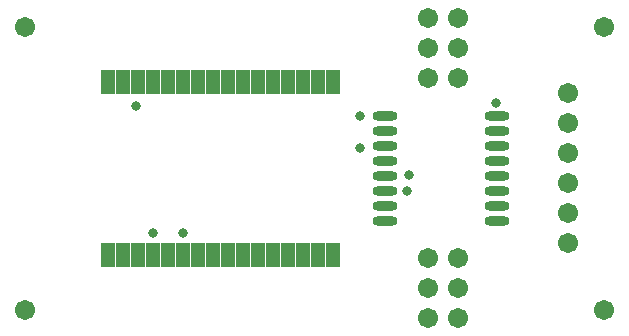
<source format=gts>
G04*
G04 #@! TF.GenerationSoftware,Altium Limited,Altium Designer,19.1.8 (144)*
G04*
G04 Layer_Color=8388736*
%FSLAX25Y25*%
%MOIN*%
G70*
G01*
G75*
%ADD20R,0.05013X0.08280*%
%ADD21O,0.08280X0.03162*%
%ADD22C,0.06706*%
%ADD23C,0.03162*%
D20*
X39370Y30236D02*
D03*
X84370D02*
D03*
X89370D02*
D03*
X94370D02*
D03*
X99370D02*
D03*
X104370D02*
D03*
X109370D02*
D03*
X114370D02*
D03*
Y87874D02*
D03*
X109370D02*
D03*
X104370D02*
D03*
X44370Y30236D02*
D03*
X99370Y87874D02*
D03*
X94370D02*
D03*
X89370D02*
D03*
X84370D02*
D03*
X79370D02*
D03*
X74370D02*
D03*
X69370D02*
D03*
X64370D02*
D03*
X59370D02*
D03*
X54370D02*
D03*
X49370Y30236D02*
D03*
Y87874D02*
D03*
X44370D02*
D03*
X39370D02*
D03*
X54370Y30236D02*
D03*
X59370D02*
D03*
X64370D02*
D03*
X69370D02*
D03*
X74370D02*
D03*
X79370D02*
D03*
D21*
X131693Y76555D02*
D03*
Y71555D02*
D03*
Y66555D02*
D03*
Y61555D02*
D03*
Y56555D02*
D03*
Y51555D02*
D03*
Y46555D02*
D03*
Y41555D02*
D03*
X169095Y76555D02*
D03*
Y71555D02*
D03*
Y66555D02*
D03*
Y61555D02*
D03*
Y56555D02*
D03*
Y51555D02*
D03*
Y46555D02*
D03*
Y41555D02*
D03*
D22*
X204724Y11811D02*
D03*
Y106299D02*
D03*
X11811D02*
D03*
X156220Y89213D02*
D03*
X146221D02*
D03*
X192913Y84055D02*
D03*
Y74055D02*
D03*
Y64055D02*
D03*
Y54055D02*
D03*
Y44055D02*
D03*
Y34055D02*
D03*
X156220Y29213D02*
D03*
X146221D02*
D03*
X156220Y109213D02*
D03*
X146221D02*
D03*
X156220Y9213D02*
D03*
X146221D02*
D03*
X156220Y19213D02*
D03*
X146221D02*
D03*
X156220Y99213D02*
D03*
X146221D02*
D03*
X11811Y11811D02*
D03*
D23*
X168898Y80709D02*
D03*
X123622Y76378D02*
D03*
Y65748D02*
D03*
X138976Y51575D02*
D03*
X139764Y56693D02*
D03*
X48819Y79921D02*
D03*
X54331Y37402D02*
D03*
X64567D02*
D03*
M02*

</source>
